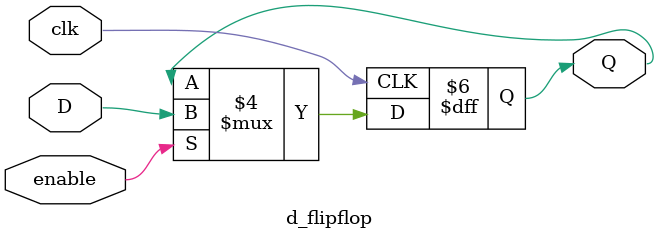
<source format=v>
module d_flipflop(
input D,
input clk,
input enable,
output reg Q
);
    initial Q =  0;
    always @ (posedge clk) begin
        if (enable)begin
            Q <= D;
            end
         else begin
            Q <= Q;
        end
    end
endmodule
</source>
